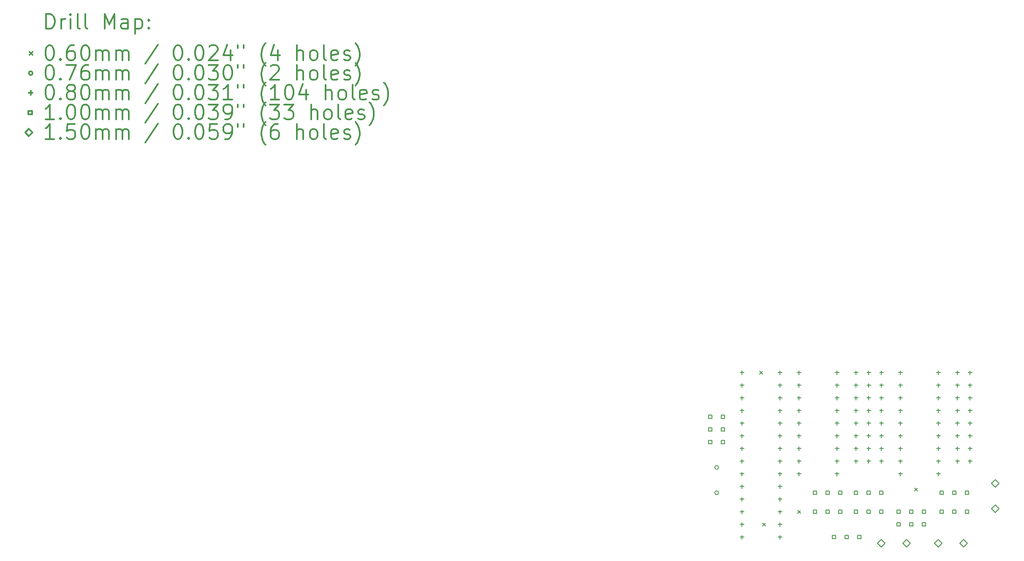
<source format=gbr>
%FSLAX45Y45*%
G04 Gerber Fmt 4.5, Leading zero omitted, Abs format (unit mm)*
G04 Created by KiCad (PCBNEW 4.0.7) date 12/15/18 16:00:31*
%MOMM*%
%LPD*%
G01*
G04 APERTURE LIST*
%ADD10C,0.127000*%
%ADD11C,0.200000*%
%ADD12C,0.300000*%
G04 APERTURE END LIST*
D10*
D11*
X14575000Y-7336000D02*
X14635000Y-7396000D01*
X14635000Y-7336000D02*
X14575000Y-7396000D01*
X14638500Y-10384000D02*
X14698500Y-10444000D01*
X14698500Y-10384000D02*
X14638500Y-10444000D01*
X15337000Y-10130000D02*
X15397000Y-10190000D01*
X15397000Y-10130000D02*
X15337000Y-10190000D01*
X17686500Y-9685500D02*
X17746500Y-9745500D01*
X17746500Y-9685500D02*
X17686500Y-9745500D01*
X13754100Y-9271000D02*
G75*
G03X13754100Y-9271000I-38100J0D01*
G01*
X13754100Y-9779000D02*
G75*
G03X13754100Y-9779000I-38100J0D01*
G01*
X14224000Y-7326000D02*
X14224000Y-7406000D01*
X14184000Y-7366000D02*
X14264000Y-7366000D01*
X14224000Y-7580000D02*
X14224000Y-7660000D01*
X14184000Y-7620000D02*
X14264000Y-7620000D01*
X14224000Y-7834000D02*
X14224000Y-7914000D01*
X14184000Y-7874000D02*
X14264000Y-7874000D01*
X14224000Y-8088000D02*
X14224000Y-8168000D01*
X14184000Y-8128000D02*
X14264000Y-8128000D01*
X14224000Y-8342000D02*
X14224000Y-8422000D01*
X14184000Y-8382000D02*
X14264000Y-8382000D01*
X14224000Y-8596000D02*
X14224000Y-8676000D01*
X14184000Y-8636000D02*
X14264000Y-8636000D01*
X14224000Y-8850000D02*
X14224000Y-8930000D01*
X14184000Y-8890000D02*
X14264000Y-8890000D01*
X14224000Y-9104000D02*
X14224000Y-9184000D01*
X14184000Y-9144000D02*
X14264000Y-9144000D01*
X14224000Y-9358000D02*
X14224000Y-9438000D01*
X14184000Y-9398000D02*
X14264000Y-9398000D01*
X14224000Y-9612000D02*
X14224000Y-9692000D01*
X14184000Y-9652000D02*
X14264000Y-9652000D01*
X14224000Y-9866000D02*
X14224000Y-9946000D01*
X14184000Y-9906000D02*
X14264000Y-9906000D01*
X14224000Y-10120000D02*
X14224000Y-10200000D01*
X14184000Y-10160000D02*
X14264000Y-10160000D01*
X14224000Y-10374000D02*
X14224000Y-10454000D01*
X14184000Y-10414000D02*
X14264000Y-10414000D01*
X14224000Y-10628000D02*
X14224000Y-10708000D01*
X14184000Y-10668000D02*
X14264000Y-10668000D01*
X14986000Y-7326000D02*
X14986000Y-7406000D01*
X14946000Y-7366000D02*
X15026000Y-7366000D01*
X14986000Y-7580000D02*
X14986000Y-7660000D01*
X14946000Y-7620000D02*
X15026000Y-7620000D01*
X14986000Y-7834000D02*
X14986000Y-7914000D01*
X14946000Y-7874000D02*
X15026000Y-7874000D01*
X14986000Y-8088000D02*
X14986000Y-8168000D01*
X14946000Y-8128000D02*
X15026000Y-8128000D01*
X14986000Y-8342000D02*
X14986000Y-8422000D01*
X14946000Y-8382000D02*
X15026000Y-8382000D01*
X14986000Y-8596000D02*
X14986000Y-8676000D01*
X14946000Y-8636000D02*
X15026000Y-8636000D01*
X14986000Y-8850000D02*
X14986000Y-8930000D01*
X14946000Y-8890000D02*
X15026000Y-8890000D01*
X14986000Y-9104000D02*
X14986000Y-9184000D01*
X14946000Y-9144000D02*
X15026000Y-9144000D01*
X14986000Y-9358000D02*
X14986000Y-9438000D01*
X14946000Y-9398000D02*
X15026000Y-9398000D01*
X14986000Y-9612000D02*
X14986000Y-9692000D01*
X14946000Y-9652000D02*
X15026000Y-9652000D01*
X14986000Y-9866000D02*
X14986000Y-9946000D01*
X14946000Y-9906000D02*
X15026000Y-9906000D01*
X14986000Y-10120000D02*
X14986000Y-10200000D01*
X14946000Y-10160000D02*
X15026000Y-10160000D01*
X14986000Y-10374000D02*
X14986000Y-10454000D01*
X14946000Y-10414000D02*
X15026000Y-10414000D01*
X14986000Y-10628000D02*
X14986000Y-10708000D01*
X14946000Y-10668000D02*
X15026000Y-10668000D01*
X15367000Y-7326000D02*
X15367000Y-7406000D01*
X15327000Y-7366000D02*
X15407000Y-7366000D01*
X15367000Y-7580000D02*
X15367000Y-7660000D01*
X15327000Y-7620000D02*
X15407000Y-7620000D01*
X15367000Y-7834000D02*
X15367000Y-7914000D01*
X15327000Y-7874000D02*
X15407000Y-7874000D01*
X15367000Y-8088000D02*
X15367000Y-8168000D01*
X15327000Y-8128000D02*
X15407000Y-8128000D01*
X15367000Y-8342000D02*
X15367000Y-8422000D01*
X15327000Y-8382000D02*
X15407000Y-8382000D01*
X15367000Y-8596000D02*
X15367000Y-8676000D01*
X15327000Y-8636000D02*
X15407000Y-8636000D01*
X15367000Y-8850000D02*
X15367000Y-8930000D01*
X15327000Y-8890000D02*
X15407000Y-8890000D01*
X15367000Y-9104000D02*
X15367000Y-9184000D01*
X15327000Y-9144000D02*
X15407000Y-9144000D01*
X15367000Y-9358000D02*
X15367000Y-9438000D01*
X15327000Y-9398000D02*
X15407000Y-9398000D01*
X16129000Y-7326000D02*
X16129000Y-7406000D01*
X16089000Y-7366000D02*
X16169000Y-7366000D01*
X16129000Y-7580000D02*
X16129000Y-7660000D01*
X16089000Y-7620000D02*
X16169000Y-7620000D01*
X16129000Y-7834000D02*
X16129000Y-7914000D01*
X16089000Y-7874000D02*
X16169000Y-7874000D01*
X16129000Y-8088000D02*
X16129000Y-8168000D01*
X16089000Y-8128000D02*
X16169000Y-8128000D01*
X16129000Y-8342000D02*
X16129000Y-8422000D01*
X16089000Y-8382000D02*
X16169000Y-8382000D01*
X16129000Y-8596000D02*
X16129000Y-8676000D01*
X16089000Y-8636000D02*
X16169000Y-8636000D01*
X16129000Y-8850000D02*
X16129000Y-8930000D01*
X16089000Y-8890000D02*
X16169000Y-8890000D01*
X16129000Y-9104000D02*
X16129000Y-9184000D01*
X16089000Y-9144000D02*
X16169000Y-9144000D01*
X16129000Y-9358000D02*
X16129000Y-9438000D01*
X16089000Y-9398000D02*
X16169000Y-9398000D01*
X16510000Y-7326000D02*
X16510000Y-7406000D01*
X16470000Y-7366000D02*
X16550000Y-7366000D01*
X16510000Y-7580000D02*
X16510000Y-7660000D01*
X16470000Y-7620000D02*
X16550000Y-7620000D01*
X16510000Y-7834000D02*
X16510000Y-7914000D01*
X16470000Y-7874000D02*
X16550000Y-7874000D01*
X16510000Y-8088000D02*
X16510000Y-8168000D01*
X16470000Y-8128000D02*
X16550000Y-8128000D01*
X16510000Y-8342000D02*
X16510000Y-8422000D01*
X16470000Y-8382000D02*
X16550000Y-8382000D01*
X16510000Y-8596000D02*
X16510000Y-8676000D01*
X16470000Y-8636000D02*
X16550000Y-8636000D01*
X16510000Y-8850000D02*
X16510000Y-8930000D01*
X16470000Y-8890000D02*
X16550000Y-8890000D01*
X16510000Y-9104000D02*
X16510000Y-9184000D01*
X16470000Y-9144000D02*
X16550000Y-9144000D01*
X16764000Y-7326000D02*
X16764000Y-7406000D01*
X16724000Y-7366000D02*
X16804000Y-7366000D01*
X16764000Y-7580000D02*
X16764000Y-7660000D01*
X16724000Y-7620000D02*
X16804000Y-7620000D01*
X16764000Y-7834000D02*
X16764000Y-7914000D01*
X16724000Y-7874000D02*
X16804000Y-7874000D01*
X16764000Y-8088000D02*
X16764000Y-8168000D01*
X16724000Y-8128000D02*
X16804000Y-8128000D01*
X16764000Y-8342000D02*
X16764000Y-8422000D01*
X16724000Y-8382000D02*
X16804000Y-8382000D01*
X16764000Y-8596000D02*
X16764000Y-8676000D01*
X16724000Y-8636000D02*
X16804000Y-8636000D01*
X16764000Y-8850000D02*
X16764000Y-8930000D01*
X16724000Y-8890000D02*
X16804000Y-8890000D01*
X16764000Y-9104000D02*
X16764000Y-9184000D01*
X16724000Y-9144000D02*
X16804000Y-9144000D01*
X17018000Y-7326000D02*
X17018000Y-7406000D01*
X16978000Y-7366000D02*
X17058000Y-7366000D01*
X17018000Y-7580000D02*
X17018000Y-7660000D01*
X16978000Y-7620000D02*
X17058000Y-7620000D01*
X17018000Y-7834000D02*
X17018000Y-7914000D01*
X16978000Y-7874000D02*
X17058000Y-7874000D01*
X17018000Y-8088000D02*
X17018000Y-8168000D01*
X16978000Y-8128000D02*
X17058000Y-8128000D01*
X17018000Y-8342000D02*
X17018000Y-8422000D01*
X16978000Y-8382000D02*
X17058000Y-8382000D01*
X17018000Y-8596000D02*
X17018000Y-8676000D01*
X16978000Y-8636000D02*
X17058000Y-8636000D01*
X17018000Y-8850000D02*
X17018000Y-8930000D01*
X16978000Y-8890000D02*
X17058000Y-8890000D01*
X17018000Y-9104000D02*
X17018000Y-9184000D01*
X16978000Y-9144000D02*
X17058000Y-9144000D01*
X17399000Y-7326000D02*
X17399000Y-7406000D01*
X17359000Y-7366000D02*
X17439000Y-7366000D01*
X17399000Y-7580000D02*
X17399000Y-7660000D01*
X17359000Y-7620000D02*
X17439000Y-7620000D01*
X17399000Y-7834000D02*
X17399000Y-7914000D01*
X17359000Y-7874000D02*
X17439000Y-7874000D01*
X17399000Y-8088000D02*
X17399000Y-8168000D01*
X17359000Y-8128000D02*
X17439000Y-8128000D01*
X17399000Y-8342000D02*
X17399000Y-8422000D01*
X17359000Y-8382000D02*
X17439000Y-8382000D01*
X17399000Y-8596000D02*
X17399000Y-8676000D01*
X17359000Y-8636000D02*
X17439000Y-8636000D01*
X17399000Y-8850000D02*
X17399000Y-8930000D01*
X17359000Y-8890000D02*
X17439000Y-8890000D01*
X17399000Y-9104000D02*
X17399000Y-9184000D01*
X17359000Y-9144000D02*
X17439000Y-9144000D01*
X17399000Y-9358000D02*
X17399000Y-9438000D01*
X17359000Y-9398000D02*
X17439000Y-9398000D01*
X18161000Y-7326000D02*
X18161000Y-7406000D01*
X18121000Y-7366000D02*
X18201000Y-7366000D01*
X18161000Y-7580000D02*
X18161000Y-7660000D01*
X18121000Y-7620000D02*
X18201000Y-7620000D01*
X18161000Y-7834000D02*
X18161000Y-7914000D01*
X18121000Y-7874000D02*
X18201000Y-7874000D01*
X18161000Y-8088000D02*
X18161000Y-8168000D01*
X18121000Y-8128000D02*
X18201000Y-8128000D01*
X18161000Y-8342000D02*
X18161000Y-8422000D01*
X18121000Y-8382000D02*
X18201000Y-8382000D01*
X18161000Y-8596000D02*
X18161000Y-8676000D01*
X18121000Y-8636000D02*
X18201000Y-8636000D01*
X18161000Y-8850000D02*
X18161000Y-8930000D01*
X18121000Y-8890000D02*
X18201000Y-8890000D01*
X18161000Y-9104000D02*
X18161000Y-9184000D01*
X18121000Y-9144000D02*
X18201000Y-9144000D01*
X18161000Y-9358000D02*
X18161000Y-9438000D01*
X18121000Y-9398000D02*
X18201000Y-9398000D01*
X18542000Y-7326000D02*
X18542000Y-7406000D01*
X18502000Y-7366000D02*
X18582000Y-7366000D01*
X18542000Y-7580000D02*
X18542000Y-7660000D01*
X18502000Y-7620000D02*
X18582000Y-7620000D01*
X18542000Y-7834000D02*
X18542000Y-7914000D01*
X18502000Y-7874000D02*
X18582000Y-7874000D01*
X18542000Y-8088000D02*
X18542000Y-8168000D01*
X18502000Y-8128000D02*
X18582000Y-8128000D01*
X18542000Y-8342000D02*
X18542000Y-8422000D01*
X18502000Y-8382000D02*
X18582000Y-8382000D01*
X18542000Y-8596000D02*
X18542000Y-8676000D01*
X18502000Y-8636000D02*
X18582000Y-8636000D01*
X18542000Y-8850000D02*
X18542000Y-8930000D01*
X18502000Y-8890000D02*
X18582000Y-8890000D01*
X18542000Y-9104000D02*
X18542000Y-9184000D01*
X18502000Y-9144000D02*
X18582000Y-9144000D01*
X18796000Y-7326000D02*
X18796000Y-7406000D01*
X18756000Y-7366000D02*
X18836000Y-7366000D01*
X18796000Y-7580000D02*
X18796000Y-7660000D01*
X18756000Y-7620000D02*
X18836000Y-7620000D01*
X18796000Y-7834000D02*
X18796000Y-7914000D01*
X18756000Y-7874000D02*
X18836000Y-7874000D01*
X18796000Y-8088000D02*
X18796000Y-8168000D01*
X18756000Y-8128000D02*
X18836000Y-8128000D01*
X18796000Y-8342000D02*
X18796000Y-8422000D01*
X18756000Y-8382000D02*
X18836000Y-8382000D01*
X18796000Y-8596000D02*
X18796000Y-8676000D01*
X18756000Y-8636000D02*
X18836000Y-8636000D01*
X18796000Y-8850000D02*
X18796000Y-8930000D01*
X18756000Y-8890000D02*
X18836000Y-8890000D01*
X18796000Y-9104000D02*
X18796000Y-9184000D01*
X18756000Y-9144000D02*
X18836000Y-9144000D01*
X13624356Y-8290356D02*
X13624356Y-8219644D01*
X13553644Y-8219644D01*
X13553644Y-8290356D01*
X13624356Y-8290356D01*
X13624356Y-8544356D02*
X13624356Y-8473644D01*
X13553644Y-8473644D01*
X13553644Y-8544356D01*
X13624356Y-8544356D01*
X13624356Y-8798356D02*
X13624356Y-8727644D01*
X13553644Y-8727644D01*
X13553644Y-8798356D01*
X13624356Y-8798356D01*
X13878356Y-8290356D02*
X13878356Y-8219644D01*
X13807644Y-8219644D01*
X13807644Y-8290356D01*
X13878356Y-8290356D01*
X13878356Y-8544356D02*
X13878356Y-8473644D01*
X13807644Y-8473644D01*
X13807644Y-8544356D01*
X13878356Y-8544356D01*
X13878356Y-8798356D02*
X13878356Y-8727644D01*
X13807644Y-8727644D01*
X13807644Y-8798356D01*
X13878356Y-8798356D01*
X15719856Y-9814356D02*
X15719856Y-9743644D01*
X15649144Y-9743644D01*
X15649144Y-9814356D01*
X15719856Y-9814356D01*
X15719856Y-10195356D02*
X15719856Y-10124644D01*
X15649144Y-10124644D01*
X15649144Y-10195356D01*
X15719856Y-10195356D01*
X15973856Y-9814356D02*
X15973856Y-9743644D01*
X15903144Y-9743644D01*
X15903144Y-9814356D01*
X15973856Y-9814356D01*
X15973856Y-10195356D02*
X15973856Y-10124644D01*
X15903144Y-10124644D01*
X15903144Y-10195356D01*
X15973856Y-10195356D01*
X16100856Y-10703356D02*
X16100856Y-10632644D01*
X16030144Y-10632644D01*
X16030144Y-10703356D01*
X16100856Y-10703356D01*
X16227856Y-9814356D02*
X16227856Y-9743644D01*
X16157144Y-9743644D01*
X16157144Y-9814356D01*
X16227856Y-9814356D01*
X16227856Y-10195356D02*
X16227856Y-10124644D01*
X16157144Y-10124644D01*
X16157144Y-10195356D01*
X16227856Y-10195356D01*
X16354856Y-10703356D02*
X16354856Y-10632644D01*
X16284144Y-10632644D01*
X16284144Y-10703356D01*
X16354856Y-10703356D01*
X16545356Y-9814356D02*
X16545356Y-9743644D01*
X16474644Y-9743644D01*
X16474644Y-9814356D01*
X16545356Y-9814356D01*
X16545356Y-10195356D02*
X16545356Y-10124644D01*
X16474644Y-10124644D01*
X16474644Y-10195356D01*
X16545356Y-10195356D01*
X16608856Y-10703356D02*
X16608856Y-10632644D01*
X16538144Y-10632644D01*
X16538144Y-10703356D01*
X16608856Y-10703356D01*
X16799356Y-9814356D02*
X16799356Y-9743644D01*
X16728644Y-9743644D01*
X16728644Y-9814356D01*
X16799356Y-9814356D01*
X16799356Y-10195356D02*
X16799356Y-10124644D01*
X16728644Y-10124644D01*
X16728644Y-10195356D01*
X16799356Y-10195356D01*
X17053356Y-9814356D02*
X17053356Y-9743644D01*
X16982644Y-9743644D01*
X16982644Y-9814356D01*
X17053356Y-9814356D01*
X17053356Y-10195356D02*
X17053356Y-10124644D01*
X16982644Y-10124644D01*
X16982644Y-10195356D01*
X17053356Y-10195356D01*
X17396256Y-10195356D02*
X17396256Y-10124644D01*
X17325544Y-10124644D01*
X17325544Y-10195356D01*
X17396256Y-10195356D01*
X17396256Y-10449356D02*
X17396256Y-10378644D01*
X17325544Y-10378644D01*
X17325544Y-10449356D01*
X17396256Y-10449356D01*
X17650256Y-10195356D02*
X17650256Y-10124644D01*
X17579544Y-10124644D01*
X17579544Y-10195356D01*
X17650256Y-10195356D01*
X17650256Y-10449356D02*
X17650256Y-10378644D01*
X17579544Y-10378644D01*
X17579544Y-10449356D01*
X17650256Y-10449356D01*
X17904256Y-10195356D02*
X17904256Y-10124644D01*
X17833544Y-10124644D01*
X17833544Y-10195356D01*
X17904256Y-10195356D01*
X17904256Y-10449356D02*
X17904256Y-10378644D01*
X17833544Y-10378644D01*
X17833544Y-10449356D01*
X17904256Y-10449356D01*
X18259856Y-9814356D02*
X18259856Y-9743644D01*
X18189144Y-9743644D01*
X18189144Y-9814356D01*
X18259856Y-9814356D01*
X18259856Y-10195356D02*
X18259856Y-10124644D01*
X18189144Y-10124644D01*
X18189144Y-10195356D01*
X18259856Y-10195356D01*
X18513856Y-9814356D02*
X18513856Y-9743644D01*
X18443144Y-9743644D01*
X18443144Y-9814356D01*
X18513856Y-9814356D01*
X18513856Y-10195356D02*
X18513856Y-10124644D01*
X18443144Y-10124644D01*
X18443144Y-10195356D01*
X18513856Y-10195356D01*
X18767856Y-9814356D02*
X18767856Y-9743644D01*
X18697144Y-9743644D01*
X18697144Y-9814356D01*
X18767856Y-9814356D01*
X18767856Y-10195356D02*
X18767856Y-10124644D01*
X18697144Y-10124644D01*
X18697144Y-10195356D01*
X18767856Y-10195356D01*
X17018000Y-10870000D02*
X17093000Y-10795000D01*
X17018000Y-10720000D01*
X16943000Y-10795000D01*
X17018000Y-10870000D01*
X17526000Y-10870000D02*
X17601000Y-10795000D01*
X17526000Y-10720000D01*
X17451000Y-10795000D01*
X17526000Y-10870000D01*
X18161000Y-10870000D02*
X18236000Y-10795000D01*
X18161000Y-10720000D01*
X18086000Y-10795000D01*
X18161000Y-10870000D01*
X18669000Y-10870000D02*
X18744000Y-10795000D01*
X18669000Y-10720000D01*
X18594000Y-10795000D01*
X18669000Y-10870000D01*
X19304000Y-9663500D02*
X19379000Y-9588500D01*
X19304000Y-9513500D01*
X19229000Y-9588500D01*
X19304000Y-9663500D01*
X19304000Y-10171500D02*
X19379000Y-10096500D01*
X19304000Y-10021500D01*
X19229000Y-10096500D01*
X19304000Y-10171500D01*
D12*
X271429Y-465714D02*
X271429Y-165714D01*
X342857Y-165714D01*
X385714Y-180000D01*
X414286Y-208571D01*
X428571Y-237143D01*
X442857Y-294286D01*
X442857Y-337143D01*
X428571Y-394286D01*
X414286Y-422857D01*
X385714Y-451429D01*
X342857Y-465714D01*
X271429Y-465714D01*
X571429Y-465714D02*
X571429Y-265714D01*
X571429Y-322857D02*
X585714Y-294286D01*
X600000Y-280000D01*
X628571Y-265714D01*
X657143Y-265714D01*
X757143Y-465714D02*
X757143Y-265714D01*
X757143Y-165714D02*
X742857Y-180000D01*
X757143Y-194286D01*
X771429Y-180000D01*
X757143Y-165714D01*
X757143Y-194286D01*
X942857Y-465714D02*
X914286Y-451429D01*
X900000Y-422857D01*
X900000Y-165714D01*
X1100000Y-465714D02*
X1071429Y-451429D01*
X1057143Y-422857D01*
X1057143Y-165714D01*
X1442857Y-465714D02*
X1442857Y-165714D01*
X1542857Y-380000D01*
X1642857Y-165714D01*
X1642857Y-465714D01*
X1914286Y-465714D02*
X1914286Y-308571D01*
X1900000Y-280000D01*
X1871429Y-265714D01*
X1814286Y-265714D01*
X1785714Y-280000D01*
X1914286Y-451429D02*
X1885714Y-465714D01*
X1814286Y-465714D01*
X1785714Y-451429D01*
X1771429Y-422857D01*
X1771429Y-394286D01*
X1785714Y-365714D01*
X1814286Y-351429D01*
X1885714Y-351429D01*
X1914286Y-337143D01*
X2057143Y-265714D02*
X2057143Y-565714D01*
X2057143Y-280000D02*
X2085714Y-265714D01*
X2142857Y-265714D01*
X2171429Y-280000D01*
X2185714Y-294286D01*
X2200000Y-322857D01*
X2200000Y-408571D01*
X2185714Y-437143D01*
X2171429Y-451429D01*
X2142857Y-465714D01*
X2085714Y-465714D01*
X2057143Y-451429D01*
X2328572Y-437143D02*
X2342857Y-451429D01*
X2328572Y-465714D01*
X2314286Y-451429D01*
X2328572Y-437143D01*
X2328572Y-465714D01*
X2328572Y-280000D02*
X2342857Y-294286D01*
X2328572Y-308571D01*
X2314286Y-294286D01*
X2328572Y-280000D01*
X2328572Y-308571D01*
X-60000Y-930000D02*
X0Y-990000D01*
X0Y-930000D02*
X-60000Y-990000D01*
X328571Y-795714D02*
X357143Y-795714D01*
X385714Y-810000D01*
X400000Y-824286D01*
X414286Y-852857D01*
X428571Y-910000D01*
X428571Y-981429D01*
X414286Y-1038571D01*
X400000Y-1067143D01*
X385714Y-1081429D01*
X357143Y-1095714D01*
X328571Y-1095714D01*
X300000Y-1081429D01*
X285714Y-1067143D01*
X271429Y-1038571D01*
X257143Y-981429D01*
X257143Y-910000D01*
X271429Y-852857D01*
X285714Y-824286D01*
X300000Y-810000D01*
X328571Y-795714D01*
X557143Y-1067143D02*
X571429Y-1081429D01*
X557143Y-1095714D01*
X542857Y-1081429D01*
X557143Y-1067143D01*
X557143Y-1095714D01*
X828571Y-795714D02*
X771428Y-795714D01*
X742857Y-810000D01*
X728571Y-824286D01*
X700000Y-867143D01*
X685714Y-924286D01*
X685714Y-1038571D01*
X700000Y-1067143D01*
X714286Y-1081429D01*
X742857Y-1095714D01*
X800000Y-1095714D01*
X828571Y-1081429D01*
X842857Y-1067143D01*
X857143Y-1038571D01*
X857143Y-967143D01*
X842857Y-938571D01*
X828571Y-924286D01*
X800000Y-910000D01*
X742857Y-910000D01*
X714286Y-924286D01*
X700000Y-938571D01*
X685714Y-967143D01*
X1042857Y-795714D02*
X1071429Y-795714D01*
X1100000Y-810000D01*
X1114286Y-824286D01*
X1128571Y-852857D01*
X1142857Y-910000D01*
X1142857Y-981429D01*
X1128571Y-1038571D01*
X1114286Y-1067143D01*
X1100000Y-1081429D01*
X1071429Y-1095714D01*
X1042857Y-1095714D01*
X1014286Y-1081429D01*
X1000000Y-1067143D01*
X985714Y-1038571D01*
X971429Y-981429D01*
X971429Y-910000D01*
X985714Y-852857D01*
X1000000Y-824286D01*
X1014286Y-810000D01*
X1042857Y-795714D01*
X1271429Y-1095714D02*
X1271429Y-895714D01*
X1271429Y-924286D02*
X1285714Y-910000D01*
X1314286Y-895714D01*
X1357143Y-895714D01*
X1385714Y-910000D01*
X1400000Y-938571D01*
X1400000Y-1095714D01*
X1400000Y-938571D02*
X1414286Y-910000D01*
X1442857Y-895714D01*
X1485714Y-895714D01*
X1514286Y-910000D01*
X1528571Y-938571D01*
X1528571Y-1095714D01*
X1671429Y-1095714D02*
X1671429Y-895714D01*
X1671429Y-924286D02*
X1685714Y-910000D01*
X1714286Y-895714D01*
X1757143Y-895714D01*
X1785714Y-910000D01*
X1800000Y-938571D01*
X1800000Y-1095714D01*
X1800000Y-938571D02*
X1814286Y-910000D01*
X1842857Y-895714D01*
X1885714Y-895714D01*
X1914286Y-910000D01*
X1928571Y-938571D01*
X1928571Y-1095714D01*
X2514286Y-781429D02*
X2257143Y-1167143D01*
X2900000Y-795714D02*
X2928571Y-795714D01*
X2957143Y-810000D01*
X2971428Y-824286D01*
X2985714Y-852857D01*
X3000000Y-910000D01*
X3000000Y-981429D01*
X2985714Y-1038571D01*
X2971428Y-1067143D01*
X2957143Y-1081429D01*
X2928571Y-1095714D01*
X2900000Y-1095714D01*
X2871428Y-1081429D01*
X2857143Y-1067143D01*
X2842857Y-1038571D01*
X2828571Y-981429D01*
X2828571Y-910000D01*
X2842857Y-852857D01*
X2857143Y-824286D01*
X2871428Y-810000D01*
X2900000Y-795714D01*
X3128571Y-1067143D02*
X3142857Y-1081429D01*
X3128571Y-1095714D01*
X3114286Y-1081429D01*
X3128571Y-1067143D01*
X3128571Y-1095714D01*
X3328571Y-795714D02*
X3357143Y-795714D01*
X3385714Y-810000D01*
X3400000Y-824286D01*
X3414286Y-852857D01*
X3428571Y-910000D01*
X3428571Y-981429D01*
X3414286Y-1038571D01*
X3400000Y-1067143D01*
X3385714Y-1081429D01*
X3357143Y-1095714D01*
X3328571Y-1095714D01*
X3300000Y-1081429D01*
X3285714Y-1067143D01*
X3271428Y-1038571D01*
X3257143Y-981429D01*
X3257143Y-910000D01*
X3271428Y-852857D01*
X3285714Y-824286D01*
X3300000Y-810000D01*
X3328571Y-795714D01*
X3542857Y-824286D02*
X3557143Y-810000D01*
X3585714Y-795714D01*
X3657143Y-795714D01*
X3685714Y-810000D01*
X3700000Y-824286D01*
X3714286Y-852857D01*
X3714286Y-881429D01*
X3700000Y-924286D01*
X3528571Y-1095714D01*
X3714286Y-1095714D01*
X3971428Y-895714D02*
X3971428Y-1095714D01*
X3900000Y-781429D02*
X3828571Y-995714D01*
X4014286Y-995714D01*
X4114286Y-795714D02*
X4114286Y-852857D01*
X4228571Y-795714D02*
X4228571Y-852857D01*
X4671429Y-1210000D02*
X4657143Y-1195714D01*
X4628571Y-1152857D01*
X4614286Y-1124286D01*
X4600000Y-1081429D01*
X4585714Y-1010000D01*
X4585714Y-952857D01*
X4600000Y-881429D01*
X4614286Y-838571D01*
X4628571Y-810000D01*
X4657143Y-767143D01*
X4671429Y-752857D01*
X4914286Y-895714D02*
X4914286Y-1095714D01*
X4842857Y-781429D02*
X4771429Y-995714D01*
X4957143Y-995714D01*
X5300000Y-1095714D02*
X5300000Y-795714D01*
X5428571Y-1095714D02*
X5428571Y-938571D01*
X5414286Y-910000D01*
X5385714Y-895714D01*
X5342857Y-895714D01*
X5314286Y-910000D01*
X5300000Y-924286D01*
X5614286Y-1095714D02*
X5585714Y-1081429D01*
X5571429Y-1067143D01*
X5557143Y-1038571D01*
X5557143Y-952857D01*
X5571429Y-924286D01*
X5585714Y-910000D01*
X5614286Y-895714D01*
X5657143Y-895714D01*
X5685714Y-910000D01*
X5700000Y-924286D01*
X5714286Y-952857D01*
X5714286Y-1038571D01*
X5700000Y-1067143D01*
X5685714Y-1081429D01*
X5657143Y-1095714D01*
X5614286Y-1095714D01*
X5885714Y-1095714D02*
X5857143Y-1081429D01*
X5842857Y-1052857D01*
X5842857Y-795714D01*
X6114286Y-1081429D02*
X6085714Y-1095714D01*
X6028571Y-1095714D01*
X6000000Y-1081429D01*
X5985714Y-1052857D01*
X5985714Y-938571D01*
X6000000Y-910000D01*
X6028571Y-895714D01*
X6085714Y-895714D01*
X6114286Y-910000D01*
X6128571Y-938571D01*
X6128571Y-967143D01*
X5985714Y-995714D01*
X6242857Y-1081429D02*
X6271429Y-1095714D01*
X6328571Y-1095714D01*
X6357143Y-1081429D01*
X6371429Y-1052857D01*
X6371429Y-1038571D01*
X6357143Y-1010000D01*
X6328571Y-995714D01*
X6285714Y-995714D01*
X6257143Y-981429D01*
X6242857Y-952857D01*
X6242857Y-938571D01*
X6257143Y-910000D01*
X6285714Y-895714D01*
X6328571Y-895714D01*
X6357143Y-910000D01*
X6471428Y-1210000D02*
X6485714Y-1195714D01*
X6514286Y-1152857D01*
X6528571Y-1124286D01*
X6542857Y-1081429D01*
X6557143Y-1010000D01*
X6557143Y-952857D01*
X6542857Y-881429D01*
X6528571Y-838571D01*
X6514286Y-810000D01*
X6485714Y-767143D01*
X6471428Y-752857D01*
X0Y-1356000D02*
G75*
G03X0Y-1356000I-38100J0D01*
G01*
X328571Y-1191714D02*
X357143Y-1191714D01*
X385714Y-1206000D01*
X400000Y-1220286D01*
X414286Y-1248857D01*
X428571Y-1306000D01*
X428571Y-1377429D01*
X414286Y-1434571D01*
X400000Y-1463143D01*
X385714Y-1477429D01*
X357143Y-1491714D01*
X328571Y-1491714D01*
X300000Y-1477429D01*
X285714Y-1463143D01*
X271429Y-1434571D01*
X257143Y-1377429D01*
X257143Y-1306000D01*
X271429Y-1248857D01*
X285714Y-1220286D01*
X300000Y-1206000D01*
X328571Y-1191714D01*
X557143Y-1463143D02*
X571429Y-1477429D01*
X557143Y-1491714D01*
X542857Y-1477429D01*
X557143Y-1463143D01*
X557143Y-1491714D01*
X671429Y-1191714D02*
X871428Y-1191714D01*
X742857Y-1491714D01*
X1114286Y-1191714D02*
X1057143Y-1191714D01*
X1028571Y-1206000D01*
X1014286Y-1220286D01*
X985714Y-1263143D01*
X971429Y-1320286D01*
X971429Y-1434571D01*
X985714Y-1463143D01*
X1000000Y-1477429D01*
X1028571Y-1491714D01*
X1085714Y-1491714D01*
X1114286Y-1477429D01*
X1128571Y-1463143D01*
X1142857Y-1434571D01*
X1142857Y-1363143D01*
X1128571Y-1334571D01*
X1114286Y-1320286D01*
X1085714Y-1306000D01*
X1028571Y-1306000D01*
X1000000Y-1320286D01*
X985714Y-1334571D01*
X971429Y-1363143D01*
X1271429Y-1491714D02*
X1271429Y-1291714D01*
X1271429Y-1320286D02*
X1285714Y-1306000D01*
X1314286Y-1291714D01*
X1357143Y-1291714D01*
X1385714Y-1306000D01*
X1400000Y-1334571D01*
X1400000Y-1491714D01*
X1400000Y-1334571D02*
X1414286Y-1306000D01*
X1442857Y-1291714D01*
X1485714Y-1291714D01*
X1514286Y-1306000D01*
X1528571Y-1334571D01*
X1528571Y-1491714D01*
X1671429Y-1491714D02*
X1671429Y-1291714D01*
X1671429Y-1320286D02*
X1685714Y-1306000D01*
X1714286Y-1291714D01*
X1757143Y-1291714D01*
X1785714Y-1306000D01*
X1800000Y-1334571D01*
X1800000Y-1491714D01*
X1800000Y-1334571D02*
X1814286Y-1306000D01*
X1842857Y-1291714D01*
X1885714Y-1291714D01*
X1914286Y-1306000D01*
X1928571Y-1334571D01*
X1928571Y-1491714D01*
X2514286Y-1177429D02*
X2257143Y-1563143D01*
X2900000Y-1191714D02*
X2928571Y-1191714D01*
X2957143Y-1206000D01*
X2971428Y-1220286D01*
X2985714Y-1248857D01*
X3000000Y-1306000D01*
X3000000Y-1377429D01*
X2985714Y-1434571D01*
X2971428Y-1463143D01*
X2957143Y-1477429D01*
X2928571Y-1491714D01*
X2900000Y-1491714D01*
X2871428Y-1477429D01*
X2857143Y-1463143D01*
X2842857Y-1434571D01*
X2828571Y-1377429D01*
X2828571Y-1306000D01*
X2842857Y-1248857D01*
X2857143Y-1220286D01*
X2871428Y-1206000D01*
X2900000Y-1191714D01*
X3128571Y-1463143D02*
X3142857Y-1477429D01*
X3128571Y-1491714D01*
X3114286Y-1477429D01*
X3128571Y-1463143D01*
X3128571Y-1491714D01*
X3328571Y-1191714D02*
X3357143Y-1191714D01*
X3385714Y-1206000D01*
X3400000Y-1220286D01*
X3414286Y-1248857D01*
X3428571Y-1306000D01*
X3428571Y-1377429D01*
X3414286Y-1434571D01*
X3400000Y-1463143D01*
X3385714Y-1477429D01*
X3357143Y-1491714D01*
X3328571Y-1491714D01*
X3300000Y-1477429D01*
X3285714Y-1463143D01*
X3271428Y-1434571D01*
X3257143Y-1377429D01*
X3257143Y-1306000D01*
X3271428Y-1248857D01*
X3285714Y-1220286D01*
X3300000Y-1206000D01*
X3328571Y-1191714D01*
X3528571Y-1191714D02*
X3714286Y-1191714D01*
X3614286Y-1306000D01*
X3657143Y-1306000D01*
X3685714Y-1320286D01*
X3700000Y-1334571D01*
X3714286Y-1363143D01*
X3714286Y-1434571D01*
X3700000Y-1463143D01*
X3685714Y-1477429D01*
X3657143Y-1491714D01*
X3571428Y-1491714D01*
X3542857Y-1477429D01*
X3528571Y-1463143D01*
X3900000Y-1191714D02*
X3928571Y-1191714D01*
X3957143Y-1206000D01*
X3971428Y-1220286D01*
X3985714Y-1248857D01*
X4000000Y-1306000D01*
X4000000Y-1377429D01*
X3985714Y-1434571D01*
X3971428Y-1463143D01*
X3957143Y-1477429D01*
X3928571Y-1491714D01*
X3900000Y-1491714D01*
X3871428Y-1477429D01*
X3857143Y-1463143D01*
X3842857Y-1434571D01*
X3828571Y-1377429D01*
X3828571Y-1306000D01*
X3842857Y-1248857D01*
X3857143Y-1220286D01*
X3871428Y-1206000D01*
X3900000Y-1191714D01*
X4114286Y-1191714D02*
X4114286Y-1248857D01*
X4228571Y-1191714D02*
X4228571Y-1248857D01*
X4671429Y-1606000D02*
X4657143Y-1591714D01*
X4628571Y-1548857D01*
X4614286Y-1520286D01*
X4600000Y-1477429D01*
X4585714Y-1406000D01*
X4585714Y-1348857D01*
X4600000Y-1277429D01*
X4614286Y-1234571D01*
X4628571Y-1206000D01*
X4657143Y-1163143D01*
X4671429Y-1148857D01*
X4771429Y-1220286D02*
X4785714Y-1206000D01*
X4814286Y-1191714D01*
X4885714Y-1191714D01*
X4914286Y-1206000D01*
X4928571Y-1220286D01*
X4942857Y-1248857D01*
X4942857Y-1277429D01*
X4928571Y-1320286D01*
X4757143Y-1491714D01*
X4942857Y-1491714D01*
X5300000Y-1491714D02*
X5300000Y-1191714D01*
X5428571Y-1491714D02*
X5428571Y-1334571D01*
X5414286Y-1306000D01*
X5385714Y-1291714D01*
X5342857Y-1291714D01*
X5314286Y-1306000D01*
X5300000Y-1320286D01*
X5614286Y-1491714D02*
X5585714Y-1477429D01*
X5571429Y-1463143D01*
X5557143Y-1434571D01*
X5557143Y-1348857D01*
X5571429Y-1320286D01*
X5585714Y-1306000D01*
X5614286Y-1291714D01*
X5657143Y-1291714D01*
X5685714Y-1306000D01*
X5700000Y-1320286D01*
X5714286Y-1348857D01*
X5714286Y-1434571D01*
X5700000Y-1463143D01*
X5685714Y-1477429D01*
X5657143Y-1491714D01*
X5614286Y-1491714D01*
X5885714Y-1491714D02*
X5857143Y-1477429D01*
X5842857Y-1448857D01*
X5842857Y-1191714D01*
X6114286Y-1477429D02*
X6085714Y-1491714D01*
X6028571Y-1491714D01*
X6000000Y-1477429D01*
X5985714Y-1448857D01*
X5985714Y-1334571D01*
X6000000Y-1306000D01*
X6028571Y-1291714D01*
X6085714Y-1291714D01*
X6114286Y-1306000D01*
X6128571Y-1334571D01*
X6128571Y-1363143D01*
X5985714Y-1391714D01*
X6242857Y-1477429D02*
X6271429Y-1491714D01*
X6328571Y-1491714D01*
X6357143Y-1477429D01*
X6371429Y-1448857D01*
X6371429Y-1434571D01*
X6357143Y-1406000D01*
X6328571Y-1391714D01*
X6285714Y-1391714D01*
X6257143Y-1377429D01*
X6242857Y-1348857D01*
X6242857Y-1334571D01*
X6257143Y-1306000D01*
X6285714Y-1291714D01*
X6328571Y-1291714D01*
X6357143Y-1306000D01*
X6471428Y-1606000D02*
X6485714Y-1591714D01*
X6514286Y-1548857D01*
X6528571Y-1520286D01*
X6542857Y-1477429D01*
X6557143Y-1406000D01*
X6557143Y-1348857D01*
X6542857Y-1277429D01*
X6528571Y-1234571D01*
X6514286Y-1206000D01*
X6485714Y-1163143D01*
X6471428Y-1148857D01*
X-40000Y-1712000D02*
X-40000Y-1792000D01*
X-80000Y-1752000D02*
X0Y-1752000D01*
X328571Y-1587714D02*
X357143Y-1587714D01*
X385714Y-1602000D01*
X400000Y-1616286D01*
X414286Y-1644857D01*
X428571Y-1702000D01*
X428571Y-1773429D01*
X414286Y-1830571D01*
X400000Y-1859143D01*
X385714Y-1873429D01*
X357143Y-1887714D01*
X328571Y-1887714D01*
X300000Y-1873429D01*
X285714Y-1859143D01*
X271429Y-1830571D01*
X257143Y-1773429D01*
X257143Y-1702000D01*
X271429Y-1644857D01*
X285714Y-1616286D01*
X300000Y-1602000D01*
X328571Y-1587714D01*
X557143Y-1859143D02*
X571429Y-1873429D01*
X557143Y-1887714D01*
X542857Y-1873429D01*
X557143Y-1859143D01*
X557143Y-1887714D01*
X742857Y-1716286D02*
X714286Y-1702000D01*
X700000Y-1687714D01*
X685714Y-1659143D01*
X685714Y-1644857D01*
X700000Y-1616286D01*
X714286Y-1602000D01*
X742857Y-1587714D01*
X800000Y-1587714D01*
X828571Y-1602000D01*
X842857Y-1616286D01*
X857143Y-1644857D01*
X857143Y-1659143D01*
X842857Y-1687714D01*
X828571Y-1702000D01*
X800000Y-1716286D01*
X742857Y-1716286D01*
X714286Y-1730571D01*
X700000Y-1744857D01*
X685714Y-1773429D01*
X685714Y-1830571D01*
X700000Y-1859143D01*
X714286Y-1873429D01*
X742857Y-1887714D01*
X800000Y-1887714D01*
X828571Y-1873429D01*
X842857Y-1859143D01*
X857143Y-1830571D01*
X857143Y-1773429D01*
X842857Y-1744857D01*
X828571Y-1730571D01*
X800000Y-1716286D01*
X1042857Y-1587714D02*
X1071429Y-1587714D01*
X1100000Y-1602000D01*
X1114286Y-1616286D01*
X1128571Y-1644857D01*
X1142857Y-1702000D01*
X1142857Y-1773429D01*
X1128571Y-1830571D01*
X1114286Y-1859143D01*
X1100000Y-1873429D01*
X1071429Y-1887714D01*
X1042857Y-1887714D01*
X1014286Y-1873429D01*
X1000000Y-1859143D01*
X985714Y-1830571D01*
X971429Y-1773429D01*
X971429Y-1702000D01*
X985714Y-1644857D01*
X1000000Y-1616286D01*
X1014286Y-1602000D01*
X1042857Y-1587714D01*
X1271429Y-1887714D02*
X1271429Y-1687714D01*
X1271429Y-1716286D02*
X1285714Y-1702000D01*
X1314286Y-1687714D01*
X1357143Y-1687714D01*
X1385714Y-1702000D01*
X1400000Y-1730571D01*
X1400000Y-1887714D01*
X1400000Y-1730571D02*
X1414286Y-1702000D01*
X1442857Y-1687714D01*
X1485714Y-1687714D01*
X1514286Y-1702000D01*
X1528571Y-1730571D01*
X1528571Y-1887714D01*
X1671429Y-1887714D02*
X1671429Y-1687714D01*
X1671429Y-1716286D02*
X1685714Y-1702000D01*
X1714286Y-1687714D01*
X1757143Y-1687714D01*
X1785714Y-1702000D01*
X1800000Y-1730571D01*
X1800000Y-1887714D01*
X1800000Y-1730571D02*
X1814286Y-1702000D01*
X1842857Y-1687714D01*
X1885714Y-1687714D01*
X1914286Y-1702000D01*
X1928571Y-1730571D01*
X1928571Y-1887714D01*
X2514286Y-1573429D02*
X2257143Y-1959143D01*
X2900000Y-1587714D02*
X2928571Y-1587714D01*
X2957143Y-1602000D01*
X2971428Y-1616286D01*
X2985714Y-1644857D01*
X3000000Y-1702000D01*
X3000000Y-1773429D01*
X2985714Y-1830571D01*
X2971428Y-1859143D01*
X2957143Y-1873429D01*
X2928571Y-1887714D01*
X2900000Y-1887714D01*
X2871428Y-1873429D01*
X2857143Y-1859143D01*
X2842857Y-1830571D01*
X2828571Y-1773429D01*
X2828571Y-1702000D01*
X2842857Y-1644857D01*
X2857143Y-1616286D01*
X2871428Y-1602000D01*
X2900000Y-1587714D01*
X3128571Y-1859143D02*
X3142857Y-1873429D01*
X3128571Y-1887714D01*
X3114286Y-1873429D01*
X3128571Y-1859143D01*
X3128571Y-1887714D01*
X3328571Y-1587714D02*
X3357143Y-1587714D01*
X3385714Y-1602000D01*
X3400000Y-1616286D01*
X3414286Y-1644857D01*
X3428571Y-1702000D01*
X3428571Y-1773429D01*
X3414286Y-1830571D01*
X3400000Y-1859143D01*
X3385714Y-1873429D01*
X3357143Y-1887714D01*
X3328571Y-1887714D01*
X3300000Y-1873429D01*
X3285714Y-1859143D01*
X3271428Y-1830571D01*
X3257143Y-1773429D01*
X3257143Y-1702000D01*
X3271428Y-1644857D01*
X3285714Y-1616286D01*
X3300000Y-1602000D01*
X3328571Y-1587714D01*
X3528571Y-1587714D02*
X3714286Y-1587714D01*
X3614286Y-1702000D01*
X3657143Y-1702000D01*
X3685714Y-1716286D01*
X3700000Y-1730571D01*
X3714286Y-1759143D01*
X3714286Y-1830571D01*
X3700000Y-1859143D01*
X3685714Y-1873429D01*
X3657143Y-1887714D01*
X3571428Y-1887714D01*
X3542857Y-1873429D01*
X3528571Y-1859143D01*
X4000000Y-1887714D02*
X3828571Y-1887714D01*
X3914286Y-1887714D02*
X3914286Y-1587714D01*
X3885714Y-1630571D01*
X3857143Y-1659143D01*
X3828571Y-1673429D01*
X4114286Y-1587714D02*
X4114286Y-1644857D01*
X4228571Y-1587714D02*
X4228571Y-1644857D01*
X4671429Y-2002000D02*
X4657143Y-1987714D01*
X4628571Y-1944857D01*
X4614286Y-1916286D01*
X4600000Y-1873429D01*
X4585714Y-1802000D01*
X4585714Y-1744857D01*
X4600000Y-1673429D01*
X4614286Y-1630571D01*
X4628571Y-1602000D01*
X4657143Y-1559143D01*
X4671429Y-1544857D01*
X4942857Y-1887714D02*
X4771429Y-1887714D01*
X4857143Y-1887714D02*
X4857143Y-1587714D01*
X4828571Y-1630571D01*
X4800000Y-1659143D01*
X4771429Y-1673429D01*
X5128571Y-1587714D02*
X5157143Y-1587714D01*
X5185714Y-1602000D01*
X5200000Y-1616286D01*
X5214286Y-1644857D01*
X5228571Y-1702000D01*
X5228571Y-1773429D01*
X5214286Y-1830571D01*
X5200000Y-1859143D01*
X5185714Y-1873429D01*
X5157143Y-1887714D01*
X5128571Y-1887714D01*
X5100000Y-1873429D01*
X5085714Y-1859143D01*
X5071429Y-1830571D01*
X5057143Y-1773429D01*
X5057143Y-1702000D01*
X5071429Y-1644857D01*
X5085714Y-1616286D01*
X5100000Y-1602000D01*
X5128571Y-1587714D01*
X5485714Y-1687714D02*
X5485714Y-1887714D01*
X5414286Y-1573429D02*
X5342857Y-1787714D01*
X5528571Y-1787714D01*
X5871428Y-1887714D02*
X5871428Y-1587714D01*
X6000000Y-1887714D02*
X6000000Y-1730571D01*
X5985714Y-1702000D01*
X5957143Y-1687714D01*
X5914286Y-1687714D01*
X5885714Y-1702000D01*
X5871428Y-1716286D01*
X6185714Y-1887714D02*
X6157143Y-1873429D01*
X6142857Y-1859143D01*
X6128571Y-1830571D01*
X6128571Y-1744857D01*
X6142857Y-1716286D01*
X6157143Y-1702000D01*
X6185714Y-1687714D01*
X6228571Y-1687714D01*
X6257143Y-1702000D01*
X6271428Y-1716286D01*
X6285714Y-1744857D01*
X6285714Y-1830571D01*
X6271428Y-1859143D01*
X6257143Y-1873429D01*
X6228571Y-1887714D01*
X6185714Y-1887714D01*
X6457143Y-1887714D02*
X6428571Y-1873429D01*
X6414286Y-1844857D01*
X6414286Y-1587714D01*
X6685714Y-1873429D02*
X6657143Y-1887714D01*
X6600000Y-1887714D01*
X6571429Y-1873429D01*
X6557143Y-1844857D01*
X6557143Y-1730571D01*
X6571429Y-1702000D01*
X6600000Y-1687714D01*
X6657143Y-1687714D01*
X6685714Y-1702000D01*
X6700000Y-1730571D01*
X6700000Y-1759143D01*
X6557143Y-1787714D01*
X6814286Y-1873429D02*
X6842857Y-1887714D01*
X6900000Y-1887714D01*
X6928571Y-1873429D01*
X6942857Y-1844857D01*
X6942857Y-1830571D01*
X6928571Y-1802000D01*
X6900000Y-1787714D01*
X6857143Y-1787714D01*
X6828571Y-1773429D01*
X6814286Y-1744857D01*
X6814286Y-1730571D01*
X6828571Y-1702000D01*
X6857143Y-1687714D01*
X6900000Y-1687714D01*
X6928571Y-1702000D01*
X7042857Y-2002000D02*
X7057143Y-1987714D01*
X7085714Y-1944857D01*
X7100000Y-1916286D01*
X7114286Y-1873429D01*
X7128571Y-1802000D01*
X7128571Y-1744857D01*
X7114286Y-1673429D01*
X7100000Y-1630571D01*
X7085714Y-1602000D01*
X7057143Y-1559143D01*
X7042857Y-1544857D01*
X-14644Y-2183356D02*
X-14644Y-2112644D01*
X-85356Y-2112644D01*
X-85356Y-2183356D01*
X-14644Y-2183356D01*
X428571Y-2283714D02*
X257143Y-2283714D01*
X342857Y-2283714D02*
X342857Y-1983714D01*
X314286Y-2026571D01*
X285714Y-2055143D01*
X257143Y-2069429D01*
X557143Y-2255143D02*
X571429Y-2269429D01*
X557143Y-2283714D01*
X542857Y-2269429D01*
X557143Y-2255143D01*
X557143Y-2283714D01*
X757143Y-1983714D02*
X785714Y-1983714D01*
X814286Y-1998000D01*
X828571Y-2012286D01*
X842857Y-2040857D01*
X857143Y-2098000D01*
X857143Y-2169429D01*
X842857Y-2226571D01*
X828571Y-2255143D01*
X814286Y-2269429D01*
X785714Y-2283714D01*
X757143Y-2283714D01*
X728571Y-2269429D01*
X714286Y-2255143D01*
X700000Y-2226571D01*
X685714Y-2169429D01*
X685714Y-2098000D01*
X700000Y-2040857D01*
X714286Y-2012286D01*
X728571Y-1998000D01*
X757143Y-1983714D01*
X1042857Y-1983714D02*
X1071429Y-1983714D01*
X1100000Y-1998000D01*
X1114286Y-2012286D01*
X1128571Y-2040857D01*
X1142857Y-2098000D01*
X1142857Y-2169429D01*
X1128571Y-2226571D01*
X1114286Y-2255143D01*
X1100000Y-2269429D01*
X1071429Y-2283714D01*
X1042857Y-2283714D01*
X1014286Y-2269429D01*
X1000000Y-2255143D01*
X985714Y-2226571D01*
X971429Y-2169429D01*
X971429Y-2098000D01*
X985714Y-2040857D01*
X1000000Y-2012286D01*
X1014286Y-1998000D01*
X1042857Y-1983714D01*
X1271429Y-2283714D02*
X1271429Y-2083714D01*
X1271429Y-2112286D02*
X1285714Y-2098000D01*
X1314286Y-2083714D01*
X1357143Y-2083714D01*
X1385714Y-2098000D01*
X1400000Y-2126571D01*
X1400000Y-2283714D01*
X1400000Y-2126571D02*
X1414286Y-2098000D01*
X1442857Y-2083714D01*
X1485714Y-2083714D01*
X1514286Y-2098000D01*
X1528571Y-2126571D01*
X1528571Y-2283714D01*
X1671429Y-2283714D02*
X1671429Y-2083714D01*
X1671429Y-2112286D02*
X1685714Y-2098000D01*
X1714286Y-2083714D01*
X1757143Y-2083714D01*
X1785714Y-2098000D01*
X1800000Y-2126571D01*
X1800000Y-2283714D01*
X1800000Y-2126571D02*
X1814286Y-2098000D01*
X1842857Y-2083714D01*
X1885714Y-2083714D01*
X1914286Y-2098000D01*
X1928571Y-2126571D01*
X1928571Y-2283714D01*
X2514286Y-1969429D02*
X2257143Y-2355143D01*
X2900000Y-1983714D02*
X2928571Y-1983714D01*
X2957143Y-1998000D01*
X2971428Y-2012286D01*
X2985714Y-2040857D01*
X3000000Y-2098000D01*
X3000000Y-2169429D01*
X2985714Y-2226571D01*
X2971428Y-2255143D01*
X2957143Y-2269429D01*
X2928571Y-2283714D01*
X2900000Y-2283714D01*
X2871428Y-2269429D01*
X2857143Y-2255143D01*
X2842857Y-2226571D01*
X2828571Y-2169429D01*
X2828571Y-2098000D01*
X2842857Y-2040857D01*
X2857143Y-2012286D01*
X2871428Y-1998000D01*
X2900000Y-1983714D01*
X3128571Y-2255143D02*
X3142857Y-2269429D01*
X3128571Y-2283714D01*
X3114286Y-2269429D01*
X3128571Y-2255143D01*
X3128571Y-2283714D01*
X3328571Y-1983714D02*
X3357143Y-1983714D01*
X3385714Y-1998000D01*
X3400000Y-2012286D01*
X3414286Y-2040857D01*
X3428571Y-2098000D01*
X3428571Y-2169429D01*
X3414286Y-2226571D01*
X3400000Y-2255143D01*
X3385714Y-2269429D01*
X3357143Y-2283714D01*
X3328571Y-2283714D01*
X3300000Y-2269429D01*
X3285714Y-2255143D01*
X3271428Y-2226571D01*
X3257143Y-2169429D01*
X3257143Y-2098000D01*
X3271428Y-2040857D01*
X3285714Y-2012286D01*
X3300000Y-1998000D01*
X3328571Y-1983714D01*
X3528571Y-1983714D02*
X3714286Y-1983714D01*
X3614286Y-2098000D01*
X3657143Y-2098000D01*
X3685714Y-2112286D01*
X3700000Y-2126571D01*
X3714286Y-2155143D01*
X3714286Y-2226571D01*
X3700000Y-2255143D01*
X3685714Y-2269429D01*
X3657143Y-2283714D01*
X3571428Y-2283714D01*
X3542857Y-2269429D01*
X3528571Y-2255143D01*
X3857143Y-2283714D02*
X3914286Y-2283714D01*
X3942857Y-2269429D01*
X3957143Y-2255143D01*
X3985714Y-2212286D01*
X4000000Y-2155143D01*
X4000000Y-2040857D01*
X3985714Y-2012286D01*
X3971428Y-1998000D01*
X3942857Y-1983714D01*
X3885714Y-1983714D01*
X3857143Y-1998000D01*
X3842857Y-2012286D01*
X3828571Y-2040857D01*
X3828571Y-2112286D01*
X3842857Y-2140857D01*
X3857143Y-2155143D01*
X3885714Y-2169429D01*
X3942857Y-2169429D01*
X3971428Y-2155143D01*
X3985714Y-2140857D01*
X4000000Y-2112286D01*
X4114286Y-1983714D02*
X4114286Y-2040857D01*
X4228571Y-1983714D02*
X4228571Y-2040857D01*
X4671429Y-2398000D02*
X4657143Y-2383714D01*
X4628571Y-2340857D01*
X4614286Y-2312286D01*
X4600000Y-2269429D01*
X4585714Y-2198000D01*
X4585714Y-2140857D01*
X4600000Y-2069429D01*
X4614286Y-2026571D01*
X4628571Y-1998000D01*
X4657143Y-1955143D01*
X4671429Y-1940857D01*
X4757143Y-1983714D02*
X4942857Y-1983714D01*
X4842857Y-2098000D01*
X4885714Y-2098000D01*
X4914286Y-2112286D01*
X4928571Y-2126571D01*
X4942857Y-2155143D01*
X4942857Y-2226571D01*
X4928571Y-2255143D01*
X4914286Y-2269429D01*
X4885714Y-2283714D01*
X4800000Y-2283714D01*
X4771429Y-2269429D01*
X4757143Y-2255143D01*
X5042857Y-1983714D02*
X5228571Y-1983714D01*
X5128571Y-2098000D01*
X5171429Y-2098000D01*
X5200000Y-2112286D01*
X5214286Y-2126571D01*
X5228571Y-2155143D01*
X5228571Y-2226571D01*
X5214286Y-2255143D01*
X5200000Y-2269429D01*
X5171429Y-2283714D01*
X5085714Y-2283714D01*
X5057143Y-2269429D01*
X5042857Y-2255143D01*
X5585714Y-2283714D02*
X5585714Y-1983714D01*
X5714286Y-2283714D02*
X5714286Y-2126571D01*
X5700000Y-2098000D01*
X5671428Y-2083714D01*
X5628571Y-2083714D01*
X5600000Y-2098000D01*
X5585714Y-2112286D01*
X5900000Y-2283714D02*
X5871428Y-2269429D01*
X5857143Y-2255143D01*
X5842857Y-2226571D01*
X5842857Y-2140857D01*
X5857143Y-2112286D01*
X5871428Y-2098000D01*
X5900000Y-2083714D01*
X5942857Y-2083714D01*
X5971428Y-2098000D01*
X5985714Y-2112286D01*
X6000000Y-2140857D01*
X6000000Y-2226571D01*
X5985714Y-2255143D01*
X5971428Y-2269429D01*
X5942857Y-2283714D01*
X5900000Y-2283714D01*
X6171428Y-2283714D02*
X6142857Y-2269429D01*
X6128571Y-2240857D01*
X6128571Y-1983714D01*
X6400000Y-2269429D02*
X6371429Y-2283714D01*
X6314286Y-2283714D01*
X6285714Y-2269429D01*
X6271429Y-2240857D01*
X6271429Y-2126571D01*
X6285714Y-2098000D01*
X6314286Y-2083714D01*
X6371429Y-2083714D01*
X6400000Y-2098000D01*
X6414286Y-2126571D01*
X6414286Y-2155143D01*
X6271429Y-2183714D01*
X6528571Y-2269429D02*
X6557143Y-2283714D01*
X6614286Y-2283714D01*
X6642857Y-2269429D01*
X6657143Y-2240857D01*
X6657143Y-2226571D01*
X6642857Y-2198000D01*
X6614286Y-2183714D01*
X6571429Y-2183714D01*
X6542857Y-2169429D01*
X6528571Y-2140857D01*
X6528571Y-2126571D01*
X6542857Y-2098000D01*
X6571429Y-2083714D01*
X6614286Y-2083714D01*
X6642857Y-2098000D01*
X6757143Y-2398000D02*
X6771429Y-2383714D01*
X6800000Y-2340857D01*
X6814286Y-2312286D01*
X6828571Y-2269429D01*
X6842857Y-2198000D01*
X6842857Y-2140857D01*
X6828571Y-2069429D01*
X6814286Y-2026571D01*
X6800000Y-1998000D01*
X6771429Y-1955143D01*
X6757143Y-1940857D01*
X-75000Y-2619000D02*
X0Y-2544000D01*
X-75000Y-2469000D01*
X-150000Y-2544000D01*
X-75000Y-2619000D01*
X428571Y-2679714D02*
X257143Y-2679714D01*
X342857Y-2679714D02*
X342857Y-2379714D01*
X314286Y-2422571D01*
X285714Y-2451143D01*
X257143Y-2465429D01*
X557143Y-2651143D02*
X571429Y-2665429D01*
X557143Y-2679714D01*
X542857Y-2665429D01*
X557143Y-2651143D01*
X557143Y-2679714D01*
X842857Y-2379714D02*
X700000Y-2379714D01*
X685714Y-2522571D01*
X700000Y-2508286D01*
X728571Y-2494000D01*
X800000Y-2494000D01*
X828571Y-2508286D01*
X842857Y-2522571D01*
X857143Y-2551143D01*
X857143Y-2622571D01*
X842857Y-2651143D01*
X828571Y-2665429D01*
X800000Y-2679714D01*
X728571Y-2679714D01*
X700000Y-2665429D01*
X685714Y-2651143D01*
X1042857Y-2379714D02*
X1071429Y-2379714D01*
X1100000Y-2394000D01*
X1114286Y-2408286D01*
X1128571Y-2436857D01*
X1142857Y-2494000D01*
X1142857Y-2565429D01*
X1128571Y-2622571D01*
X1114286Y-2651143D01*
X1100000Y-2665429D01*
X1071429Y-2679714D01*
X1042857Y-2679714D01*
X1014286Y-2665429D01*
X1000000Y-2651143D01*
X985714Y-2622571D01*
X971429Y-2565429D01*
X971429Y-2494000D01*
X985714Y-2436857D01*
X1000000Y-2408286D01*
X1014286Y-2394000D01*
X1042857Y-2379714D01*
X1271429Y-2679714D02*
X1271429Y-2479714D01*
X1271429Y-2508286D02*
X1285714Y-2494000D01*
X1314286Y-2479714D01*
X1357143Y-2479714D01*
X1385714Y-2494000D01*
X1400000Y-2522571D01*
X1400000Y-2679714D01*
X1400000Y-2522571D02*
X1414286Y-2494000D01*
X1442857Y-2479714D01*
X1485714Y-2479714D01*
X1514286Y-2494000D01*
X1528571Y-2522571D01*
X1528571Y-2679714D01*
X1671429Y-2679714D02*
X1671429Y-2479714D01*
X1671429Y-2508286D02*
X1685714Y-2494000D01*
X1714286Y-2479714D01*
X1757143Y-2479714D01*
X1785714Y-2494000D01*
X1800000Y-2522571D01*
X1800000Y-2679714D01*
X1800000Y-2522571D02*
X1814286Y-2494000D01*
X1842857Y-2479714D01*
X1885714Y-2479714D01*
X1914286Y-2494000D01*
X1928571Y-2522571D01*
X1928571Y-2679714D01*
X2514286Y-2365429D02*
X2257143Y-2751143D01*
X2900000Y-2379714D02*
X2928571Y-2379714D01*
X2957143Y-2394000D01*
X2971428Y-2408286D01*
X2985714Y-2436857D01*
X3000000Y-2494000D01*
X3000000Y-2565429D01*
X2985714Y-2622571D01*
X2971428Y-2651143D01*
X2957143Y-2665429D01*
X2928571Y-2679714D01*
X2900000Y-2679714D01*
X2871428Y-2665429D01*
X2857143Y-2651143D01*
X2842857Y-2622571D01*
X2828571Y-2565429D01*
X2828571Y-2494000D01*
X2842857Y-2436857D01*
X2857143Y-2408286D01*
X2871428Y-2394000D01*
X2900000Y-2379714D01*
X3128571Y-2651143D02*
X3142857Y-2665429D01*
X3128571Y-2679714D01*
X3114286Y-2665429D01*
X3128571Y-2651143D01*
X3128571Y-2679714D01*
X3328571Y-2379714D02*
X3357143Y-2379714D01*
X3385714Y-2394000D01*
X3400000Y-2408286D01*
X3414286Y-2436857D01*
X3428571Y-2494000D01*
X3428571Y-2565429D01*
X3414286Y-2622571D01*
X3400000Y-2651143D01*
X3385714Y-2665429D01*
X3357143Y-2679714D01*
X3328571Y-2679714D01*
X3300000Y-2665429D01*
X3285714Y-2651143D01*
X3271428Y-2622571D01*
X3257143Y-2565429D01*
X3257143Y-2494000D01*
X3271428Y-2436857D01*
X3285714Y-2408286D01*
X3300000Y-2394000D01*
X3328571Y-2379714D01*
X3700000Y-2379714D02*
X3557143Y-2379714D01*
X3542857Y-2522571D01*
X3557143Y-2508286D01*
X3585714Y-2494000D01*
X3657143Y-2494000D01*
X3685714Y-2508286D01*
X3700000Y-2522571D01*
X3714286Y-2551143D01*
X3714286Y-2622571D01*
X3700000Y-2651143D01*
X3685714Y-2665429D01*
X3657143Y-2679714D01*
X3585714Y-2679714D01*
X3557143Y-2665429D01*
X3542857Y-2651143D01*
X3857143Y-2679714D02*
X3914286Y-2679714D01*
X3942857Y-2665429D01*
X3957143Y-2651143D01*
X3985714Y-2608286D01*
X4000000Y-2551143D01*
X4000000Y-2436857D01*
X3985714Y-2408286D01*
X3971428Y-2394000D01*
X3942857Y-2379714D01*
X3885714Y-2379714D01*
X3857143Y-2394000D01*
X3842857Y-2408286D01*
X3828571Y-2436857D01*
X3828571Y-2508286D01*
X3842857Y-2536857D01*
X3857143Y-2551143D01*
X3885714Y-2565429D01*
X3942857Y-2565429D01*
X3971428Y-2551143D01*
X3985714Y-2536857D01*
X4000000Y-2508286D01*
X4114286Y-2379714D02*
X4114286Y-2436857D01*
X4228571Y-2379714D02*
X4228571Y-2436857D01*
X4671429Y-2794000D02*
X4657143Y-2779714D01*
X4628571Y-2736857D01*
X4614286Y-2708286D01*
X4600000Y-2665429D01*
X4585714Y-2594000D01*
X4585714Y-2536857D01*
X4600000Y-2465429D01*
X4614286Y-2422571D01*
X4628571Y-2394000D01*
X4657143Y-2351143D01*
X4671429Y-2336857D01*
X4914286Y-2379714D02*
X4857143Y-2379714D01*
X4828571Y-2394000D01*
X4814286Y-2408286D01*
X4785714Y-2451143D01*
X4771429Y-2508286D01*
X4771429Y-2622571D01*
X4785714Y-2651143D01*
X4800000Y-2665429D01*
X4828571Y-2679714D01*
X4885714Y-2679714D01*
X4914286Y-2665429D01*
X4928571Y-2651143D01*
X4942857Y-2622571D01*
X4942857Y-2551143D01*
X4928571Y-2522571D01*
X4914286Y-2508286D01*
X4885714Y-2494000D01*
X4828571Y-2494000D01*
X4800000Y-2508286D01*
X4785714Y-2522571D01*
X4771429Y-2551143D01*
X5300000Y-2679714D02*
X5300000Y-2379714D01*
X5428571Y-2679714D02*
X5428571Y-2522571D01*
X5414286Y-2494000D01*
X5385714Y-2479714D01*
X5342857Y-2479714D01*
X5314286Y-2494000D01*
X5300000Y-2508286D01*
X5614286Y-2679714D02*
X5585714Y-2665429D01*
X5571429Y-2651143D01*
X5557143Y-2622571D01*
X5557143Y-2536857D01*
X5571429Y-2508286D01*
X5585714Y-2494000D01*
X5614286Y-2479714D01*
X5657143Y-2479714D01*
X5685714Y-2494000D01*
X5700000Y-2508286D01*
X5714286Y-2536857D01*
X5714286Y-2622571D01*
X5700000Y-2651143D01*
X5685714Y-2665429D01*
X5657143Y-2679714D01*
X5614286Y-2679714D01*
X5885714Y-2679714D02*
X5857143Y-2665429D01*
X5842857Y-2636857D01*
X5842857Y-2379714D01*
X6114286Y-2665429D02*
X6085714Y-2679714D01*
X6028571Y-2679714D01*
X6000000Y-2665429D01*
X5985714Y-2636857D01*
X5985714Y-2522571D01*
X6000000Y-2494000D01*
X6028571Y-2479714D01*
X6085714Y-2479714D01*
X6114286Y-2494000D01*
X6128571Y-2522571D01*
X6128571Y-2551143D01*
X5985714Y-2579714D01*
X6242857Y-2665429D02*
X6271429Y-2679714D01*
X6328571Y-2679714D01*
X6357143Y-2665429D01*
X6371429Y-2636857D01*
X6371429Y-2622571D01*
X6357143Y-2594000D01*
X6328571Y-2579714D01*
X6285714Y-2579714D01*
X6257143Y-2565429D01*
X6242857Y-2536857D01*
X6242857Y-2522571D01*
X6257143Y-2494000D01*
X6285714Y-2479714D01*
X6328571Y-2479714D01*
X6357143Y-2494000D01*
X6471428Y-2794000D02*
X6485714Y-2779714D01*
X6514286Y-2736857D01*
X6528571Y-2708286D01*
X6542857Y-2665429D01*
X6557143Y-2594000D01*
X6557143Y-2536857D01*
X6542857Y-2465429D01*
X6528571Y-2422571D01*
X6514286Y-2394000D01*
X6485714Y-2351143D01*
X6471428Y-2336857D01*
M02*

</source>
